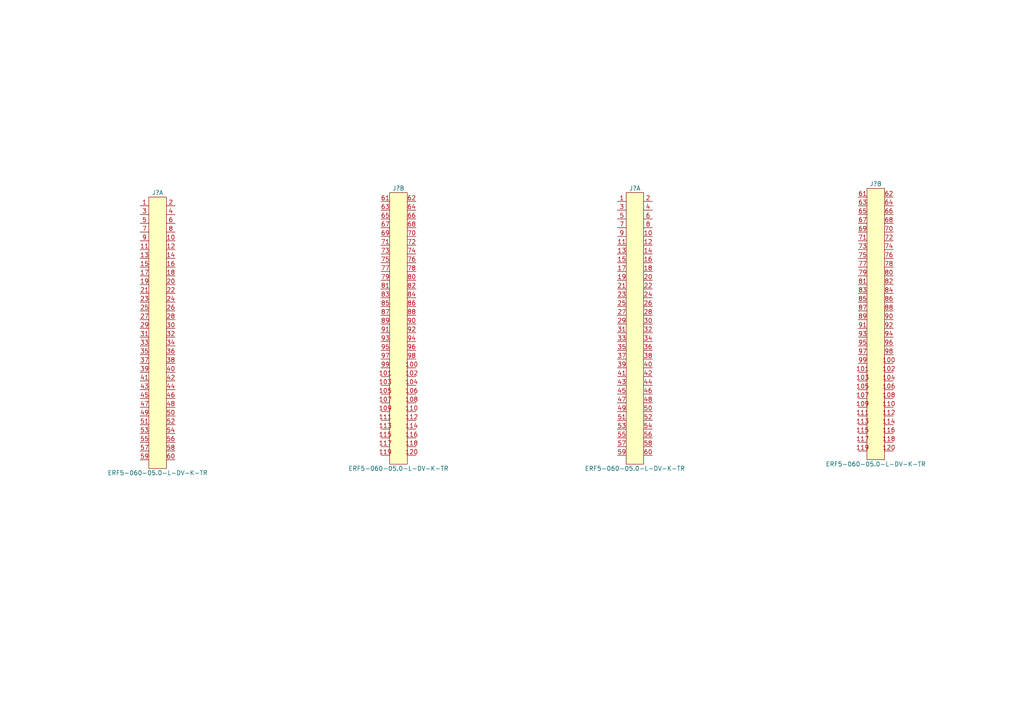
<source format=kicad_sch>
(kicad_sch (version 20211123) (generator eeschema)
  (paper "A4")
  (lib_symbols
    (symbol "LEA_SymbolLibrary:ERF5-060-05.0-L-DV-K-TR" (pin_names (offset 1.016) hide)
      (property "Reference" "J" (at 0 20.32 0))
      (property "Value" "ERF5-060-05.0-L-DV-K-TR" (at 0 17.78 0))
      (symbol "ERF5-060-05.0-L-DV-K-TR_1_1"
        (rectangle (start -2.54 15.24) (end 2.54 -63.5) (fill (type background)))
        (pin passive line (at -5.08 12.7 0) (length 2.54) (name "1") (number "1"))
        (pin passive line (at 5.08 2.54 180) (length 2.54) (name "10") (number "10"))
        (pin passive line (at -5.08 0 0) (length 2.54) (name "11") (number "11"))
        (pin passive line (at 5.08 0 180) (length 2.54) (name "12") (number "12"))
        (pin passive line (at -5.08 -2.54 0) (length 2.54) (name "13") (number "13"))
        (pin passive line (at 5.08 -2.54 180) (length 2.54) (name "14") (number "14"))
        (pin passive line (at -5.08 -5.08 0) (length 2.54) (name "15") (number "15"))
        (pin passive line (at 5.08 -5.08 180) (length 2.54) (name "16") (number "16"))
        (pin passive line (at -5.08 -7.62 0) (length 2.54) (name "17") (number "17"))
        (pin passive line (at 5.08 -7.62 180) (length 2.54) (name "18") (number "18"))
        (pin passive line (at -5.08 -10.16 0) (length 2.54) (name "19") (number "19"))
        (pin passive line (at 5.08 12.7 180) (length 2.54) (name "2") (number "2"))
        (pin passive line (at 5.08 -10.16 180) (length 2.54) (name "20") (number "20"))
        (pin passive line (at -5.08 -12.7 0) (length 2.54) (name "21") (number "21"))
        (pin passive line (at 5.08 -12.7 180) (length 2.54) (name "22") (number "22"))
        (pin passive line (at -5.08 -15.24 0) (length 2.54) (name "23") (number "23"))
        (pin passive line (at 5.08 -15.24 180) (length 2.54) (name "24") (number "24"))
        (pin passive line (at -5.08 -17.78 0) (length 2.54) (name "25") (number "25"))
        (pin passive line (at 5.08 -17.78 180) (length 2.54) (name "26") (number "26"))
        (pin passive line (at -5.08 -20.32 0) (length 2.54) (name "27") (number "27"))
        (pin passive line (at 5.08 -20.32 180) (length 2.54) (name "28") (number "28"))
        (pin passive line (at -5.08 -22.86 0) (length 2.54) (name "29") (number "29"))
        (pin passive line (at -5.08 10.16 0) (length 2.54) (name "3") (number "3"))
        (pin passive line (at 5.08 -22.86 180) (length 2.54) (name "30") (number "30"))
        (pin passive line (at -5.08 -25.4 0) (length 2.54) (name "31") (number "31"))
        (pin passive line (at 5.08 -25.4 180) (length 2.54) (name "32") (number "32"))
        (pin passive line (at -5.08 -27.94 0) (length 2.54) (name "33") (number "33"))
        (pin passive line (at 5.08 -27.94 180) (length 2.54) (name "34") (number "34"))
        (pin passive line (at -5.08 -30.48 0) (length 2.54) (name "35") (number "35"))
        (pin passive line (at 5.08 -30.48 180) (length 2.54) (name "36") (number "36"))
        (pin passive line (at -5.08 -33.02 0) (length 2.54) (name "37") (number "37"))
        (pin passive line (at 5.08 -33.02 180) (length 2.54) (name "38") (number "38"))
        (pin passive line (at -5.08 -35.56 0) (length 2.54) (name "39") (number "39"))
        (pin passive line (at 5.08 10.16 180) (length 2.54) (name "4") (number "4"))
        (pin passive line (at 5.08 -35.56 180) (length 2.54) (name "40") (number "40"))
        (pin passive line (at -5.08 -38.1 0) (length 2.54) (name "41") (number "41"))
        (pin passive line (at 5.08 -38.1 180) (length 2.54) (name "42") (number "42"))
        (pin passive line (at -5.08 -40.64 0) (length 2.54) (name "43") (number "43"))
        (pin passive line (at 5.08 -40.64 180) (length 2.54) (name "44") (number "44"))
        (pin passive line (at -5.08 -43.18 0) (length 2.54) (name "45") (number "45"))
        (pin passive line (at 5.08 -43.18 180) (length 2.54) (name "46") (number "46"))
        (pin passive line (at -5.08 -45.72 0) (length 2.54) (name "47") (number "47"))
        (pin passive line (at 5.08 -45.72 180) (length 2.54) (name "48") (number "48"))
        (pin passive line (at -5.08 -48.26 0) (length 2.54) (name "49") (number "49"))
        (pin passive line (at -5.08 7.62 0) (length 2.54) (name "5") (number "5"))
        (pin passive line (at 5.08 -48.26 180) (length 2.54) (name "50") (number "50"))
        (pin passive line (at -5.08 -50.8 0) (length 2.54) (name "51") (number "51"))
        (pin passive line (at 5.08 -50.8 180) (length 2.54) (name "52") (number "52"))
        (pin passive line (at -5.08 -53.34 0) (length 2.54) (name "53") (number "53"))
        (pin passive line (at 5.08 -53.34 180) (length 2.54) (name "54") (number "54"))
        (pin passive line (at -5.08 -55.88 0) (length 2.54) (name "55") (number "55"))
        (pin passive line (at 5.08 -55.88 180) (length 2.54) (name "56") (number "56"))
        (pin passive line (at -5.08 -58.42 0) (length 2.54) (name "57") (number "57"))
        (pin passive line (at 5.08 -58.42 180) (length 2.54) (name "58") (number "58"))
        (pin passive line (at -5.08 -60.96 0) (length 2.54) (name "59") (number "59"))
        (pin passive line (at 5.08 7.62 180) (length 2.54) (name "6") (number "6"))
        (pin passive line (at 5.08 -60.96 180) (length 2.54) (name "60") (number "60"))
        (pin passive line (at -5.08 5.08 0) (length 2.54) (name "7") (number "7"))
        (pin passive line (at 5.08 5.08 180) (length 2.54) (name "8") (number "8"))
        (pin passive line (at -5.08 2.54 0) (length 2.54) (name "9") (number "9"))
      )
      (symbol "ERF5-060-05.0-L-DV-K-TR_2_1"
        (rectangle (start -2.54 15.24) (end 2.54 -63.5) (fill (type background)))
        (pin passive line (at 5.08 -35.56 180) (length 2.54) (name "100") (number "100"))
        (pin passive line (at -5.08 -38.1 0) (length 2.54) (name "101") (number "101"))
        (pin passive line (at 5.08 -38.1 180) (length 2.54) (name "102") (number "102"))
        (pin passive line (at -5.08 -40.64 0) (length 2.54) (name "103") (number "103"))
        (pin passive line (at 5.08 -40.64 180) (length 2.54) (name "104") (number "104"))
        (pin passive line (at -5.08 -43.18 0) (length 2.54) (name "105") (number "105"))
        (pin passive line (at 5.08 -43.18 180) (length 2.54) (name "106") (number "106"))
        (pin passive line (at -5.08 -45.72 0) (length 2.54) (name "107") (number "107"))
        (pin passive line (at 5.08 -45.72 180) (length 2.54) (name "108") (number "108"))
        (pin passive line (at -5.08 -48.26 0) (length 2.54) (name "109") (number "109"))
        (pin passive line (at 5.08 -48.26 180) (length 2.54) (name "110") (number "110"))
        (pin passive line (at -5.08 -50.8 0) (length 2.54) (name "111") (number "111"))
        (pin passive line (at 5.08 -50.8 180) (length 2.54) (name "112") (number "112"))
        (pin passive line (at -5.08 -53.34 0) (length 2.54) (name "113") (number "113"))
        (pin passive line (at 5.08 -53.34 180) (length 2.54) (name "114") (number "114"))
        (pin passive line (at -5.08 -55.88 0) (length 2.54) (name "115") (number "115"))
        (pin passive line (at 5.08 -55.88 180) (length 2.54) (name "116") (number "116"))
        (pin passive line (at -5.08 -58.42 0) (length 2.54) (name "117") (number "117"))
        (pin passive line (at 5.08 -58.42 180) (length 2.54) (name "118") (number "118"))
        (pin passive line (at -5.08 -60.96 0) (length 2.54) (name "119") (number "119"))
        (pin passive line (at 5.08 -60.96 180) (length 2.54) (name "120") (number "120"))
        (pin passive line (at -5.08 12.7 0) (length 2.54) (name "61") (number "61"))
        (pin passive line (at 5.08 12.7 180) (length 2.54) (name "62") (number "62"))
        (pin passive line (at -5.08 10.16 0) (length 2.54) (name "63") (number "63"))
        (pin passive line (at 5.08 10.16 180) (length 2.54) (name "64") (number "64"))
        (pin passive line (at -5.08 7.62 0) (length 2.54) (name "65") (number "65"))
        (pin passive line (at 5.08 7.62 180) (length 2.54) (name "66") (number "66"))
        (pin passive line (at -5.08 5.08 0) (length 2.54) (name "67") (number "67"))
        (pin passive line (at 5.08 5.08 180) (length 2.54) (name "68") (number "68"))
        (pin passive line (at -5.08 2.54 0) (length 2.54) (name "69") (number "69"))
        (pin passive line (at 5.08 2.54 180) (length 2.54) (name "70") (number "70"))
        (pin passive line (at -5.08 0 0) (length 2.54) (name "71") (number "71"))
        (pin passive line (at 5.08 0 180) (length 2.54) (name "72") (number "72"))
        (pin passive line (at -5.08 -2.54 0) (length 2.54) (name "73") (number "73"))
        (pin passive line (at 5.08 -2.54 180) (length 2.54) (name "74") (number "74"))
        (pin passive line (at -5.08 -5.08 0) (length 2.54) (name "75") (number "75"))
        (pin passive line (at 5.08 -5.08 180) (length 2.54) (name "76") (number "76"))
        (pin passive line (at -5.08 -7.62 0) (length 2.54) (name "77") (number "77"))
        (pin passive line (at 5.08 -7.62 180) (length 2.54) (name "78") (number "78"))
        (pin passive line (at -5.08 -10.16 0) (length 2.54) (name "79") (number "79"))
        (pin passive line (at 5.08 -10.16 180) (length 2.54) (name "80") (number "80"))
        (pin passive line (at -5.08 -12.7 0) (length 2.54) (name "81") (number "81"))
        (pin passive line (at 5.08 -12.7 180) (length 2.54) (name "82") (number "82"))
        (pin passive line (at -5.08 -15.24 0) (length 2.54) (name "83") (number "83"))
        (pin passive line (at 5.08 -15.24 180) (length 2.54) (name "84") (number "84"))
        (pin passive line (at -5.08 -17.78 0) (length 2.54) (name "85") (number "85"))
        (pin passive line (at 5.08 -17.78 180) (length 2.54) (name "86") (number "86"))
        (pin passive line (at -5.08 -20.32 0) (length 2.54) (name "87") (number "87"))
        (pin passive line (at 5.08 -20.32 180) (length 2.54) (name "88") (number "88"))
        (pin passive line (at -5.08 -22.86 0) (length 2.54) (name "89") (number "89"))
        (pin passive line (at 5.08 -22.86 180) (length 2.54) (name "90") (number "90"))
        (pin passive line (at -5.08 -25.4 0) (length 2.54) (name "91") (number "91"))
        (pin passive line (at 5.08 -25.4 180) (length 2.54) (name "92") (number "92"))
        (pin passive line (at -5.08 -27.94 0) (length 2.54) (name "93") (number "93"))
        (pin passive line (at 5.08 -27.94 180) (length 2.54) (name "94") (number "94"))
        (pin passive line (at -5.08 -30.48 0) (length 2.54) (name "95") (number "95"))
        (pin passive line (at 5.08 -30.48 180) (length 2.54) (name "96") (number "96"))
        (pin passive line (at -5.08 -33.02 0) (length 2.54) (name "97") (number "97"))
        (pin passive line (at 5.08 -33.02 180) (length 2.54) (name "98") (number "98"))
        (pin passive line (at -5.08 -35.56 0) (length 2.54) (name "99") (number "99"))
      )
    )
  )
  (global_label "ESC_RX1_DATA2|GPIO65" (shape passive) (at 226.06 -11.43 0) (property "Intersheet References" "${INTERSHEET_REFS}" (effects hide)))
  (global_label "EPWM3A|PGIO149" (shape passive) (at 311.15 156.21 0) (property "Intersheet References" "${INTERSHEET_REFS}" (effects hide)))
  (global_label "CANA_TX|GPIO37" (shape passive) (at 398.78 99.06 180) (property "Intersheet References" "${INTERSHEET_REFS}" (effects hide)))
  (global_label "SPIB_CLK|GPIO26" (shape passive) (at 411.48 25.4 180) (property "Intersheet References" "${INTERSHEET_REFS}" (effects hide)))
  (global_label "ESC_PHY_CLK|GPIO154" (shape passive) (at 222.25 -2.54 0) (property "Intersheet References" "${INTERSHEET_REFS}" (effects hide)))
  (global_label "GPIO21" (shape passive) (at 354.33 35.56 180) (property "Intersheet References" "${INTERSHEET_REFS}" (effects hide)))
  (global_label "GPIO45" (shape passive) (at 354.33 50.8 180) (property "Intersheet References" "${INTERSHEET_REFS}" (effects hide)))
  (global_label "GPIO3" (shape passive) (at 353.06 10.16 180) (property "Intersheet References" "${INTERSHEET_REFS}" (effects hide)))
  (global_label "ENET_MII_INTR|GPIO108" (shape passive) (at 300.99 34.29 0) (property "Intersheet References" "${INTERSHEET_REFS}" (effects hide)))
  (global_label "CANA_RX|GPIO36" (shape passive) (at 398.78 96.52 180) (property "Intersheet References" "${INTERSHEET_REFS}" (effects hide)))
  (global_label "ENET_MII_TX_Data0|GPIO121" (shape passive) (at 300.99 67.31 0) (property "Intersheet References" "${INTERSHEET_REFS}" (effects hide)))
  (global_label "SPIB_STEn|GPIO27" (shape passive) (at 411.48 27.94 180) (property "Intersheet References" "${INTERSHEET_REFS}" (effects hide)))
  (global_label "ENET_MII_TX_EN|GPIO118" (shape passive) (at 300.99 59.69 0) (property "Intersheet References" "${INTERSHEET_REFS}" (effects hide)))
  (global_label "ESC_SYNC0|GPIO127" (shape passive) (at 220.98 -25.4 180) (property "Intersheet References" "${INTERSHEET_REFS}" (effects hide)))
  (global_label "ESC_LED_STATE_RUN|GPIO62" (shape passive) (at 226.06 -19.05 0) (property "Intersheet References" "${INTERSHEET_REFS}" (effects hide)))
  (global_label "ESC_TX0_DATA3|GPIO90" (shape passive) (at 200.66 -38.1 0) (property "Intersheet References" "${INTERSHEET_REFS}" (effects hide)))
  (global_label "ENET_MII_TX_Data3|GPIO124" (shape passive) (at 328.93 16.51 180) (property "Intersheet References" "${INTERSHEET_REFS}" (effects hide)))
  (global_label "SPID_MOSI|GPIO91" (shape passive) (at 392.43 33.02 0) (property "Intersheet References" "${INTERSHEET_REFS}" (effects hide)))
  (global_label "GPIO11" (shape passive) (at 354.33 22.86 180) (property "Intersheet References" "${INTERSHEET_REFS}" (effects hide)))
  (global_label "ESC_LED_RUN|GPIO61" (shape passive) (at 226.06 -21.59 0) (property "Intersheet References" "${INTERSHEET_REFS}" (effects hide)))
  (global_label "ESC_RX1_CLK|GPIO69" (shape passive) (at 226.06 -25.4 0) (property "Intersheet References" "${INTERSHEET_REFS}" (effects hide)))
  (global_label "ESC_RX1_ERR|GPIO71" (shape passive) (at 200.66 -35.56 0) (property "Intersheet References" "${INTERSHEET_REFS}" (effects hide)))
  (global_label "ENET_MII_TX_Data1|GPIO122" (shape passive) (at 328.93 11.43 180) (property "Intersheet References" "${INTERSHEET_REFS}" (effects hide)))
  (global_label "EPWM3B|GPIO150" (shape passive) (at 311.15 158.75 0) (property "Intersheet References" "${INTERSHEET_REFS}" (effects hide)))
  (global_label "EPWM1A|GPIO145" (shape passive) (at 328.93 146.05 180) (property "Intersheet References" "${INTERSHEET_REFS}" (effects hide)))
  (global_label "GPIO95" (shape passive) (at 346.71 66.04 0) (property "Intersheet References" "${INTERSHEET_REFS}" (effects hide)))
  (global_label "ESC_TX1_CLK|GPIO130" (shape passive) (at 220.98 -17.78 180) (property "Intersheet References" "${INTERSHEET_REFS}" (effects hide)))
  (global_label "ENET_MII_CRS|GPIO109" (shape passive) (at 300.99 36.83 0) (property "Intersheet References" "${INTERSHEET_REFS}" (effects hide)))
  (global_label "GPIO98" (shape passive) (at 346.71 73.66 0) (property "Intersheet References" "${INTERSHEET_REFS}" (effects hide)))
  (global_label "ENET_MII_TX_CLK|GPIO120" (shape passive) (at 300.99 64.77 0) (property "Intersheet References" "${INTERSHEET_REFS}" (effects hide)))
  (global_label "ESC_LED_LINK1_ACTIVE|GPIO59" (shape passive) (at 265.43 -40.64 180) (property "Intersheet References" "${INTERSHEET_REFS}" (effects hide)))
  (global_label "GPIO133" (shape passive) (at 346.71 15.24 0) (property "Intersheet References" "${INTERSHEET_REFS}" (effects hide)))
  (global_label "EPWM5A|GPIO8" (shape passive) (at 311.15 166.37 0) (property "Intersheet References" "${INTERSHEET_REFS}" (effects hide)))
  (global_label "EPWM16B|GPIO144" (shape passive) (at 330.2 224.79 180) (property "Intersheet References" "${INTERSHEET_REFS}" (effects hide)))
  (global_label "SPIC_MSIO|GPIO101" (shape passive) (at 392.43 48.26 0) (property "Intersheet References" "${INTERSHEET_REFS}" (effects hide)))
  (global_label "GPIO75" (shape passive) (at 346.71 40.64 0) (property "Intersheet References" "${INTERSHEET_REFS}" (effects hide)))
  (global_label "EPWM9B|GPIO162" (shape passive) (at 311.15 189.23 0) (property "Intersheet References" "${INTERSHEET_REFS}" (effects hide)))
  (global_label "SSIA_TX|GPIO54" (shape passive) (at 396.24 130.81 180) (property "Intersheet References" "${INTERSHEET_REFS}" (effects hide)))
  (global_label "ESC_RX0_DATA2|GPIO82" (shape passive) (at 200.66 -58.42 0) (property "Intersheet References" "${INTERSHEET_REFS}" (effects hide)))
  (global_label "CM-I2CA_SDA|GPIO31" (shape passive) (at 405.13 78.74 180) (property "Intersheet References" "${INTERSHEET_REFS}" (effects hide)))
  (global_label "EPWM15B|GPIO142" (shape passive) (at 330.2 219.71 180) (property "Intersheet References" "${INTERSHEET_REFS}" (effects hide)))
  (global_label "MCAN_TX|GPIO4" (shape passive) (at 121.92 -30.48 180) (property "Intersheet References" "${INTERSHEET_REFS}" (effects hide)))
  (global_label "ENET_MII_RX_Data0|GPIO114" (shape passive) (at 300.99 49.53 0) (property "Intersheet References" "${INTERSHEET_REFS}" (effects hide)))
  (global_label "ESC_TX1_ENA|GPIO129" (shape passive) (at 220.98 -20.32 180) (property "Intersheet References" "${INTERSHEET_REFS}" (effects hide)))
  (global_label "GPIO52" (shape passive) (at 354.33 60.96 180) (property "Intersheet References" "${INTERSHEET_REFS}" (effects hide)))
  (global_label "EPWM4A|GPIO151" (shape passive) (at 311.15 161.29 0) (property "Intersheet References" "${INTERSHEET_REFS}" (effects hide)))
  (global_label "ESC_RX1_DV|GPIO136" (shape passive) (at 219.71 -5.08 180) (property "Intersheet References" "${INTERSHEET_REFS}" (effects hide)))
  (global_label "EPWM2B|GPIO148" (shape passive) (at 311.15 153.67 0) (property "Intersheet References" "${INTERSHEET_REFS}" (effects hide)))
  (global_label "EPWM10A|GPIO163" (shape passive) (at 311.15 191.77 0) (property "Intersheet References" "${INTERSHEET_REFS}" (effects hide)))
  (global_label "GPIO14" (shape passive) (at 354.33 27.94 180) (property "Intersheet References" "${INTERSHEET_REFS}" (effects hide)))
  (global_label "EPWM16A|GPIO143" (shape passive) (at 330.2 222.25 180) (property "Intersheet References" "${INTERSHEET_REFS}" (effects hide)))
  (global_label "SPID_CLK|GPIO93" (shape passive) (at 392.43 38.1 0) (property "Intersheet References" "${INTERSHEET_REFS}" (effects hide)))
  (global_label "I2CA_SDA|GPIO0" (shape passive) (at 322.58 -41.91 180) (property "Intersheet References" "${INTERSHEET_REFS}" (effects hide)))
  (global_label "ESC_PHY0_LINKSTATUS|GPIO86" (shape passive) (at 200.66 -48.26 0) (property "Intersheet References" "${INTERSHEET_REFS}" (effects hide)))
  (global_label "EPWM7B|GPIO158" (shape passive) (at 311.15 179.07 0) (property "Intersheet References" "${INTERSHEET_REFS}" (effects hide)))
  (global_label "EPWM14B|GPIO140" (shape passive) (at 330.2 214.63 180) (property "Intersheet References" "${INTERSHEET_REFS}" (effects hide)))
  (global_label "SPIA_MOSI|GPIO16" (shape passive) (at 410.21 7.62 180) (property "Intersheet References" "${INTERSHEET_REFS}" (effects hide)))
  (global_label "ENET_MII_RX_Data1|GPIO115" (shape passive) (at 300.99 52.07 0) (property "Intersheet References" "${INTERSHEET_REFS}" (effects hide)))
  (global_label "EPWM2A|GPIO147" (shape passive) (at 311.15 151.13 0) (property "Intersheet References" "${INTERSHEET_REFS}" (effects hide)))
  (global_label "UARTA_TX|GPIO42" (shape passive) (at 398.78 111.76 180) (property "Intersheet References" "${INTERSHEET_REFS}" (effects hide)))
  (global_label "ENET_RMII_CLK|GPIO73" (shape passive) (at 300.99 19.05 0) (property "Intersheet References" "${INTERSHEET_REFS}" (effects hide)))
  (global_label "GPIO7" (shape passive) (at 353.06 17.78 180) (property "Intersheet References" "${INTERSHEET_REFS}" (effects hide)))
  (global_label "ENET_MII_RX_DV|GPIO112" (shape passive) (at 300.99 44.45 0) (property "Intersheet References" "${INTERSHEET_REFS}" (effects hide)))
  (global_label "ENET_MII_COL|GPIO110" (shape passive) (at 300.99 39.37 0) (property "Intersheet References" "${INTERSHEET_REFS}" (effects hide)))
  (global_label "EPWM6A|GPIO155" (shape passive) (at 311.15 171.45 0) (property "Intersheet References" "${INTERSHEET_REFS}" (effects hide)))
  (global_label "SPID_STEn|GPIO94" (shape passive) (at 392.43 40.64 0) (property "Intersheet References" "${INTERSHEET_REFS}" (effects hide)))
  (global_label "ENET_MDIO_CLK|GPIO105" (shape passive) (at 300.99 26.67 0) (property "Intersheet References" "${INTERSHEET_REFS}" (effects hide)))
  (global_label "ESC_SYNC1|GPIO128" (shape passive) (at 220.98 -22.86 180) (property "Intersheet References" "${INTERSHEET_REFS}" (effects hide)))
  (global_label "CM-I2CA_SCL|GPIO32" (shape passive) (at 405.13 81.28 180) (property "Intersheet References" "${INTERSHEET_REFS}" (effects hide)))
  (global_label "SPIA_MISO|GPIO17" (shape passive) (at 410.21 10.16 180) (property "Intersheet References" "${INTERSHEET_REFS}" (effects hide)))
  (global_label "SCIB_RX|GPIO23" (shape passive) (at 328.93 111.76 180) (property "Intersheet References" "${INTERSHEET_REFS}" (effects hide)))
  (global_label "ESC_RX0_ERR|GPIO79" (shape passive) (at 200.66 -66.04 0) (property "Intersheet References" "${INTERSHEET_REFS}" (effects hide)))
  (global_label "EPWM4B|GPIO152" (shape passive) (at 311.15 163.83 0) (property "Intersheet References" "${INTERSHEET_REFS}" (effects hide)))
  (global_label "EPWM14A|GPIO139" (shape passive) (at 330.2 212.09 180) (property "Intersheet References" "${INTERSHEET_REFS}" (effects hide)))
  (global_label "UARTA_RX|GPIO43" (shape passive) (at 398.78 114.3 180) (property "Intersheet References" "${INTERSHEET_REFS}" (effects hide)))
  (global_label "ESC_TX1_DATA3|GPIO72" (shape passive) (at 200.66 -33.02 0) (property "Intersheet References" "${INTERSHEET_REFS}" (effects hide)))
  (global_label "EPWM13A|GPIO137" (shape passive) (at 330.2 207.01 180) (property "Intersheet References" "${INTERSHEET_REFS}" (effects hide)))
  (global_label "SPIA_STEn|GPIO19" (shape passive) (at 410.21 15.24 180) (property "Intersheet References" "${INTERSHEET_REFS}" (effects hide)))
  (global_label "ESC_TX1_DATA2|GPIO134" (shape passive) (at 219.71 -10.16 180) (property "Intersheet References" "${INTERSHEET_REFS}" (effects hide)))
  (global_label "ESC_LATCH0|GPIO125" (shape passive) (at 220.98 -30.48 180) (property "Intersheet References" "${INTERSHEET_REFS}" (effects hide)))
  (global_label "GPIO44" (shape passive) (at 354.33 48.26 180) (property "Intersheet References" "${INTERSHEET_REFS}" (effects hide)))
  (global_label "ENET_PPS1|GPIO48" (shape passive) (at 321.31 24.13 180) (property "Intersheet References" "${INTERSHEET_REFS}" (effects hide)))
  (global_label "SCIB_TX|GPIO22" (shape passive) (at 328.93 109.22 180) (property "Intersheet References" "${INTERSHEET_REFS}" (effects hide)))
  (global_label "ENET_REVMII_MDIO_RST|GPIO107" (shape passive) (at 300.99 31.75 0) (property "Intersheet References" "${INTERSHEET_REFS}" (effects hide)))
  (global_label "ESC_MDIO_DATA|GPIO153" (shape passive) (at 222.25 -5.08 0) (property "Intersheet References" "${INTERSHEET_REFS}" (effects hide)))
  (global_label "ESC_TX0_ENA|GPIO84" (shape passive) (at 200.66 -53.34 0) (property "Intersheet References" "${INTERSHEET_REFS}" (effects hide)))
  (global_label "GPIO40" (shape passive) (at 354.33 43.18 180) (property "Intersheet References" "${INTERSHEET_REFS}" (effects hide)))
  (global_label "ESC_RX0_DATA0|GPIO80" (shape passive) (at 200.66 -63.5 0) (property "Intersheet References" "${INTERSHEET_REFS}" (effects hide)))
  (global_label "GPIO104" (shape passive) (at 346.71 78.74 0) (property "Intersheet References" "${INTERSHEET_REFS}" (effects hide)))
  (global_label "ESC_PHY_RESETn|GPIO76" (shape passive) (at 200.66 -73.66 0) (property "Intersheet References" "${INTERSHEET_REFS}" (effects hide)))
  (global_label "GPIO97" (shape passive) (at 346.71 71.12 0) (property "Intersheet References" "${INTERSHEET_REFS}" (effects hide)))
  (global_label "EPWM5B|GPIO9" (shape passive) (at 311.15 168.91 0) (property "Intersheet References" "${INTERSHEET_REFS}" (effects hide)))
  (global_label "SPIB_MOSI|GPIO24" (shape passive) (at 411.48 20.32 180) (property "Intersheet References" "${INTERSHEET_REFS}" (effects hide)))
  (global_label "SPIC_CLK|GPIO102" (shape passive) (at 392.43 50.8 0) (property "Intersheet References" "${INTERSHEET_REFS}" (effects hide)))
  (global_label "ESC_RX0_DV|GPIO78" (shape passive) (at 200.66 -68.58 0) (property "Intersheet References" "${INTERSHEET_REFS}" (effects hide)))
  (global_label "ESC_TX1_DATA0|GPIO131" (shape passive) (at 220.98 -15.24 180) (property "Intersheet References" "${INTERSHEET_REFS}" (effects hide)))
  (global_label "EPWM9A|GPIO161" (shape passive) (at 311.15 186.69 0) (property "Intersheet References" "${INTERSHEET_REFS}" (effects hide)))
  (global_label "EPWM15A|GPIO141" (shape passive) (at 330.2 217.17 180) (property "Intersheet References" "${INTERSHEET_REFS}" (effects hide)))
  (global_label "ESC_PHY1_LINKSTATUS|GPIO68" (shape passive) (at 226.06 -27.94 0) (property "Intersheet References" "${INTERSHEET_REFS}" (effects hide)))
  (global_label "EPWM11B|GPIO166" (shape passive) (at 311.15 199.39 0) (property "Intersheet References" "${INTERSHEET_REFS}" (effects hide)))
  (global_label "ESC_TX0_DATA0|GPIO87" (shape passive) (at 200.66 -45.72 0) (property "Intersheet References" "${INTERSHEET_REFS}" (effects hide)))
  (global_label "EPWM1B|GPIO146" (shape passive) (at 311.15 148.59 0) (property "Intersheet References" "${INTERSHEET_REFS}" (effects hide)))
  (global_label "GPIO50" (shape passive) (at 354.33 55.88 180) (property "Intersheet References" "${INTERSHEET_REFS}" (effects hide)))
  (global_label "ESC_RX0_DATA3|GPIO83" (shape passive) (at 200.66 -55.88 0) (property "Intersheet References" "${INTERSHEET_REFS}" (effects hide)))
  (global_label "ESC_RX0_DATA1|GPIO81" (shape passive) (at 200.66 -60.96 0) (property "Intersheet References" "${INTERSHEET_REFS}" (effects hide)))
  (global_label "SSIA_RX|GPIO55" (shape passive) (at 396.24 133.35 180) (property "Intersheet References" "${INTERSHEET_REFS}" (effects hide)))
  (global_label "SPIC_MOSI|GPIO100" (shape passive) (at 392.43 45.72 0) (property "Intersheet References" "${INTERSHEET_REFS}" (effects hide)))
  (global_label "GPIO99" (shape passive) (at 346.71 76.2 0) (property "Intersheet References" "${INTERSHEET_REFS}" (effects hide)))
  (global_label "ESC_MDIO_CLK|GPIO46" (shape passive) (at 257.81 -45.72 180) (property "Intersheet References" "${INTERSHEET_REFS}" (effects hide)))
  (global_label "GPIO96" (shape passive) (at 346.71 68.58 0) (property "Intersheet References" "${INTERSHEET_REFS}" (effects hide)))
  (global_label "ENET_MII_RX_Data2|GPIO116" (shape passive) (at 300.99 54.61 0) (property "Intersheet References" "${INTERSHEET_REFS}" (effects hide)))
  (global_label "ENET_MII_TX_ERR|GPIO119" (shape passive) (at 300.99 62.23 0) (property "Intersheet References" "${INTERSHEET_REFS}" (effects hide)))
  (global_label "ENET_MII_RX_CLK|GPIO111" (shape passive) (at 300.99 41.91 0) (property "Intersheet References" "${INTERSHEET_REFS}" (effects hide)))
  (global_label "SCIC_TX|GPIO12" (shape passive) (at 328.93 102.87 180) (property "Intersheet References" "${INTERSHEET_REFS}" (effects hide)))
  (global_label "GPIO41" (shape passive) (at 354.33 45.72 180) (property "Intersheet References" "${INTERSHEET_REFS}" (effects hide)))
  (global_label "SSIA_CLK|GPIO56" (shape passive) (at 396.24 135.89 180) (property "Intersheet References" "${INTERSHEET_REFS}" (effects hide)))
  (global_label "GPIO5" (shape passive) (at 353.06 20.32 180) (property "Intersheet References" "${INTERSHEET_REFS}" (effects hide)))
  (global_label "ESC_TX1_DATA1|GPIO132" (shape passive) (at 220.98 -12.7 180) (property "Intersheet References" "${INTERSHEET_REFS}" (effects hide)))
  (global_label "GPIO74" (shape passive) (at 346.71 38.1 0) (property "Intersheet References" "${INTERSHEET_REFS}" (effects hide)))
  (global_label "EPWM12A|GPIO167" (shape passive) (at 311.15 201.93 0) (property "Intersheet References" "${INTERSHEET_REFS}" (effects hide)))
  (global_label "SSIA_FSS|GPIO57" (shape passive) (at 396.24 138.43 180) (property "Intersheet References" "${INTERSHEET_REFS}" (effects hide)))
  (global_label "I2CA_SCL|GPIO1" (shape passive) (at 322.58 -39.37 180) (property "Intersheet References" "${INTERSHEET_REFS}" (effects hide)))
  (global_label "GPIO2" (shape passive) (at 353.06 7.62 180) (property "Intersheet References" "${INTERSHEET_REFS}" (effects hide)))
  (global_label "ESC_RX1_DATA3|GPIO66" (shape passive) (at 226.06 -8.89 0) (property "Intersheet References" "${INTERSHEET_REFS}" (effects hide)))
  (global_label "GPIO67" (shape passive) (at 346.71 12.7 0) (property "Intersheet References" "${INTERSHEET_REFS}" (effects hide)))
  (global_label "CANB_RX|GPIO39" (shape passive) (at 398.78 104.14 180) (property "Intersheet References" "${INTERSHEET_REFS}" (effects hide)))
  (global_label "ESC_LATCH1|GPIO126" (shape passive) (at 220.98 -27.94 180) (property "Intersheet References" "${INTERSHEET_REFS}" (effects hide)))
  (global_label "EPWM7A|GPIO157" (shape passive) (at 311.15 176.53 0) (property "Intersheet References" "${INTERSHEET_REFS}" (effects hide)))
  (global_label "SCIA_RX|GPIO28" (shape passive) (at 328.93 115.57 180) (property "Intersheet References" "${INTERSHEET_REFS}" (effects hide)))
  (global_label "MCAN_RX|GPIO70" (shape passive) (at 105.41 -27.94 0) (property "Intersheet References" "${INTERSHEET_REFS}" (effects hide)))
  (global_label "GPIO10" (shape passive) (at 354.33 25.4 180) (property "Intersheet References" "${INTERSHEET_REFS}" (effects hide)))
  (global_label "ESC_RX1_DATA1|GPIO64" (shape passive) (at 226.06 -13.97 0) (property "Intersheet References" "${INTERSHEET_REFS}" (effects hide)))
  (global_label "ESC_TX0_DATA2|GPIO89" (shape passive) (at 200.66 -40.64 0) (property "Intersheet References" "${INTERSHEET_REFS}" (effects hide)))
  (global_label "SCIC_RX|GPIO13" (shape passive) (at 328.93 105.41 180) (property "Intersheet References" "${INTERSHEET_REFS}" (effects hide)))
  (global_label "ESC_RX0_CLK|GPIO77" (shape passive) (at 200.66 -71.12 0) (property "Intersheet References" "${INTERSHEET_REFS}" (effects hide)))
  (global_label "GPIO53" (shape passive) (at 354.33 63.5 180) (property "Intersheet References" "${INTERSHEET_REFS}" (effects hide)))
  (global_label "ENET_MII_TX_Data2|GPIO123" (shape passive) (at 328.93 13.97 180) (property "Intersheet References" "${INTERSHEET_REFS}" (effects hide)))
  (global_label "EPWM8B|GPIO160" (shape passive) (at 311.15 184.15 0) (property "Intersheet References" "${INTERSHEET_REFS}" (effects hide)))
  (global_label "EPWM6B|GPIO156" (shape passive) (at 311.15 173.99 0) (property "Intersheet References" "${INTERSHEET_REFS}" (effects hide)))
  (global_label "ESC_LED_LINK0_ACTIVE|GPIO58" (shape passive) (at 265.43 -43.18 180) (property "Intersheet References" "${INTERSHEET_REFS}" (effects hide)))
  (global_label "ENET_PPSO|GPIO47" (shape passive) (at 321.31 21.59 180) (property "Intersheet References" "${INTERSHEET_REFS}" (effects hide)))
  (global_label "SPIB_MISO|GPIO25" (shape passive) (at 411.48 22.86 180) (property "Intersheet References" "${INTERSHEET_REFS}" (effects hide)))
  (global_label "ESC_TX0_DATA1|GPIO88" (shape passive) (at 200.66 -43.18 0) (property "Intersheet References" "${INTERSHEET_REFS}" (effects hide)))
  (global_label "SPID_MISO|GPIO92" (shape passive) (at 392.43 35.56 0) (property "Intersheet References" "${INTERSHEET_REFS}" (effects hide)))
  (global_label "ENET_MII_RX_Data3|GPIO117" (shape passive) (at 300.99 57.15 0) (property "Intersheet References" "${INTERSHEET_REFS}" (effects hide)))
  (global_label "EXTSYNCOUT|GPIO6" (shape passive) (at 383.54 7.62 180) (property "Intersheet References" "${INTERSHEET_REFS}" (effects hide)))
  (global_label "EPWM8A|GPIO159" (shape passive) (at 311.15 181.61 0) (property "Intersheet References" "${INTERSHEET_REFS}" (effects hide)))
  (global_label "EPWM11A|GPIO165" (shape passive) (at 311.15 196.85 0) (property "Intersheet References" "${INTERSHEET_REFS}" (effects hide)))
  (global_label "GPIO20" (shape passive) (at 354.33 33.02 180) (property "Intersheet References" "${INTERSHEET_REFS}" (effects hide)))
  (global_label "GPIO49" (shape passive) (at 354.33 53.34 180) (property "Intersheet References" "${INTERSHEET_REFS}" (effects hide)))
  (global_label "ESC_TX0_CLK|GPIO85" (shape passive) (at 200.66 -50.8 0) (property "Intersheet References" "${INTERSHEET_REFS}" (effects hide)))
  (global_label "SCIA_TX|GPIO135" (shape passive) (at 330.2 118.11 180) (property "Intersheet References" "${INTERSHEET_REFS}" (effects hide)))
  (global_label "CANB_TX|GPIO38" (shape passive) (at 398.78 101.6 180) (property "Intersheet References" "${INTERSHEET_REFS}" (effects hide)))
  (global_label "ESC_RX1_DATA0|GPIO63" (shape passive) (at 226.06 -16.51 0) (property "Intersheet References" "${INTERSHEET_REFS}" (effects hide)))
  (global_label "ENET_MDIO_DATA|GPIO106" (shape passive) (at 300.99 29.21 0) (property "Intersheet References" "${INTERSHEET_REFS}" (effects hide)))
  (global_label "GPIO15" (shape passive) (at 354.33 30.48 180) (property "Intersheet References" "${INTERSHEET_REFS}" (effects hide)))
  (global_label "ESC_I2C_SDA|GPIO29" (shape passive) (at 247.65 -34.29 180) (property "Intersheet References" "${INTERSHEET_REFS}" (effects hide)))
  (global_label "EPWM13B|GPIO138" (shape passive) (at 330.2 209.55 180) (property "Intersheet References" "${INTERSHEET_REFS}" (effects hide)))
  (global_label "SPIA_CLK|GPIO18" (shape passive) (at 410.21 12.7 180) (property "Intersheet References" "${INTERSHEET_REFS}" (effects hide)))
  (global_label "ENET_MII_RX_ERR|GPIO113" (shape passive) (at 300.99 46.99 0) (property "Intersheet References" "${INTERSHEET_REFS}" (effects hide)))
  (global_label "ESC_LED_ERR|GPIO60" (shape passive) (at 265.43 -38.1 180) (property "Intersheet References" "${INTERSHEET_REFS}" (effects hide)))
  (global_label "ESC_I2C_SCL|GPIO30" (shape passive) (at 247.65 -31.75 180) (property "Intersheet References" "${INTERSHEET_REFS}" (effects hide)))
  (global_label "EPWM12B|GPIO168" (shape passive) (at 311.15 204.47 0) (property "Intersheet References" "${INTERSHEET_REFS}" (effects hide)))
  (global_label "SPIC_STEn|GPIO103" (shape passive) (at 392.43 53.34 0) (property "Intersheet References" "${INTERSHEET_REFS}" (effects hide)))
  (global_label "EPWM10B|GPIO164" (shape passive) (at 311.15 194.31 0) (property "Intersheet References" "${INTERSHEET_REFS}" (effects hide)))
  (global_label "GPIO51" (shape passive) (at 354.33 58.42 180) (property "Intersheet References" "${INTERSHEET_REFS}" (effects hide)))
  (symbol (lib_id "LEA_SymbolLibrary:ERF5-060-05.0-L-DV-K-TR") (at 45.72 72.39 0) (unit 1)
    (property "Reference" "J?" (at 45.72 55.88 0))
    (property "Value" "ERF5-060-05.0-L-DV-K-TR" (at 45.72 137.16 0))
    (property "Footprint" "LEA_FootprintLibrary:ERF5-060-02.0" (effects hide))
    (property "Datasheet" "https://www.samtec.com/products/erf5-060-05.0-s-dv-k-tr" (effects hide))
    (property "Manufacturer" "Samtec" (effects hide))
    (property "Mouser No" "200-ERF5060050LDVKTR" (effects hide))
  )
  (symbol (lib_id "LEA_SymbolLibrary:ERF5-060-05.0-L-DV-K-TR") (at 115.57 71.12 0) (unit 2)
    (property "Reference" "J?" (at 115.57 54.61 0))
    (property "Value" "ERF5-060-05.0-L-DV-K-TR" (at 115.57 135.89 0))
    (property "Footprint" "LEA_FootprintLibrary:ERF5-060-02.0" (effects hide))
    (property "Datasheet" "https://www.samtec.com/products/erf5-060-05.0-s-dv-k-tr" (effects hide))
    (property "Manufacturer" "Samtec" (effects hide))
    (property "Mouser No" "200-ERF5060050LDVKTR" (effects hide))
  )
  (symbol (lib_id "LEA_SymbolLibrary:ERF5-060-05.0-L-DV-K-TR") (at 184.15 71.12 0) (unit 1)
    (property "Reference" "J?" (at 184.15 54.61 0))
    (property "Value" "ERF5-060-05.0-L-DV-K-TR" (at 184.15 135.89 0))
    (property "Footprint" "LEA_FootprintLibrary:ERF5-060-02.0" (effects hide))
    (property "Datasheet" "https://www.samtec.com/products/erf5-060-05.0-s-dv-k-tr" (effects hide))
    (property "Manufacturer" "Samtec" (effects hide))
    (property "Mouser No" "200-ERF5060050LDVKTR" (effects hide))
  )
  (symbol (lib_id "LEA_SymbolLibrary:ERF5-060-05.0-L-DV-K-TR") (at 254 69.85 0) (unit 2)
    (property "Reference" "J?" (at 254 53.34 0))
    (property "Value" "ERF5-060-05.0-L-DV-K-TR" (at 254 134.62 0))
    (property "Footprint" "LEA_FootprintLibrary:ERF5-060-02.0" (effects hide))
    (property "Datasheet" "https://www.samtec.com/products/erf5-060-05.0-s-dv-k-tr" (effects hide))
    (property "Manufacturer" "Samtec" (effects hide))
    (property "Mouser No" "200-ERF5060050LDVKTR" (effects hide))
  )
)
</source>
